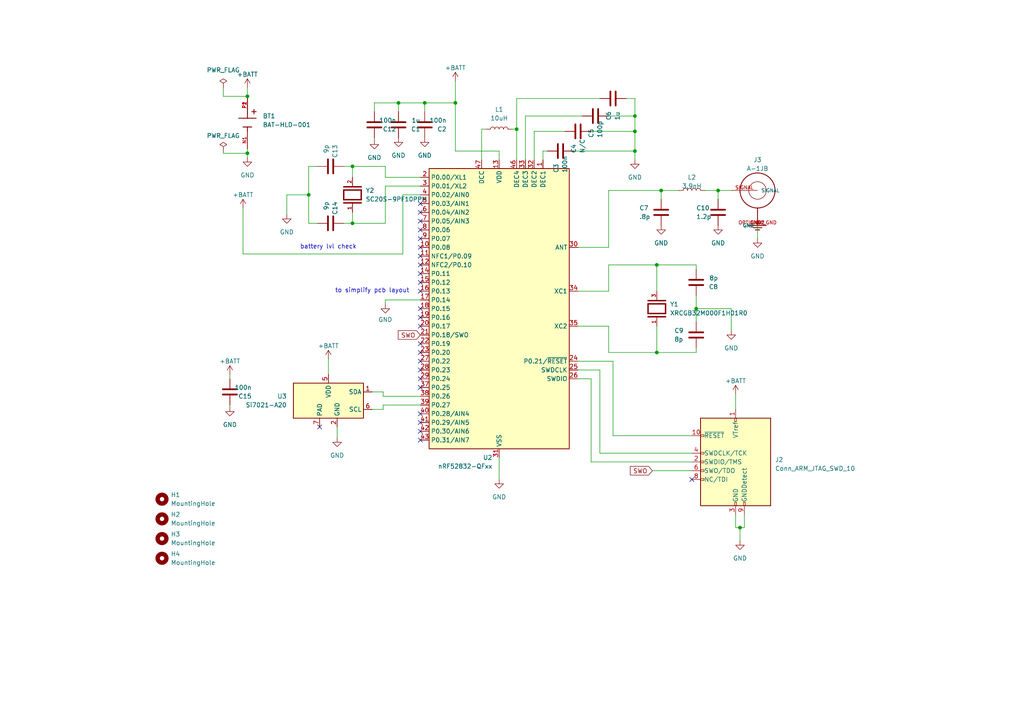
<source format=kicad_sch>
(kicad_sch (version 20230121) (generator eeschema)
  (paper "A4")
  (lib_symbols
    (symbol "Connector:Conn_ARM_JTAG_SWD_10" (pin_names (offset 1.016))
      (property "Reference" "J" (at -2.54 16.51 0))
      (property "Value" "Conn_ARM_JTAG_SWD_10" (at -2.54 13.97 0))
      (symbol "Conn_ARM_JTAG_SWD_10_0_1"
        (rectangle (start -10.16 12.7) (end 10.16 -12.7) (stroke (width 0.254)) (fill (type background)))
        (rectangle (start -2.794 -12.7) (end -2.286 -11.684))
        (rectangle (start -0.254 -12.7) (end 0.254 -11.684))
        (rectangle (start -0.254 12.7) (end 0.254 11.684))
        (rectangle (start 9.144 2.286) (end 10.16 2.794))
        (rectangle (start 10.16 -2.794) (end 9.144 -2.286))
        (rectangle (start 10.16 -0.254) (end 9.144 0.254))
        (rectangle (start 10.16 7.874) (end 9.144 7.366))
      )
      (symbol "Conn_ARM_JTAG_SWD_10_1_1"
        (rectangle (start 9.144 -5.334) (end 10.16 -4.826))
        (pin power_in line (at 0 15.24 270) (length 2.54) (name "VTref") (number "1"))
        (pin open_collector line (at 12.7 7.62 180) (length 2.54) (name "~{RESET}") (number "10"))
        (pin bidirectional line (at 12.7 0 180) (length 2.54) (name "SWDIO/TMS") (number "2"))
        (pin power_in line (at 0 -15.24 90) (length 2.54) (name "GND") (number "3"))
        (pin output line (at 12.7 2.54 180) (length 2.54) (name "SWDCLK/TCK") (number "4"))
        (pin passive line (at 0 -15.24 90) (length 2.54) hide (name "GND") (number "5"))
        (pin input line (at 12.7 -2.54 180) (length 2.54) (name "SWO/TDO") (number "6"))
        (pin no_connect line (at -10.16 0 0) (length 2.54) hide (name "KEY") (number "7"))
        (pin output line (at 12.7 -5.08 180) (length 2.54) (name "NC/TDI") (number "8"))
        (pin passive line (at -2.54 -15.24 90) (length 2.54) (name "GNDDetect") (number "9"))
      )
    )
    (symbol "Device:C" (pin_numbers hide) (pin_names (offset 0.254))
      (property "Reference" "C" (at 0.635 2.54 0))
      (property "Value" "C" (at 0.635 -2.54 0))
      (symbol "C_0_1"
        (polyline (pts (xy -2.032 -0.762) (xy 2.032 -0.762)) (stroke (width 0.508)))
        (polyline (pts (xy -2.032 0.762) (xy 2.032 0.762)) (stroke (width 0.508)))
      )
      (symbol "C_1_1"
        (pin passive line (at 0 3.81 270) (length 2.794) (name "~") (number "1"))
        (pin passive line (at 0 -3.81 90) (length 2.794) (name "~") (number "2"))
      )
    )
    (symbol "Device:L" (pin_numbers hide) (pin_names (offset 1.016) hide)
      (property "Reference" "L" (at -1.27 0 90))
      (property "Value" "L" (at 1.905 0 90))
      (symbol "L_0_1"
        (arc (start 0 -2.54) (mid 0.6323 -1.905) (end 0 -1.27))
        (arc (start 0 -1.27) (mid 0.6323 -0.635) (end 0 0))
        (arc (start 0 0) (mid 0.6323 0.635) (end 0 1.27))
        (arc (start 0 1.27) (mid 0.6323 1.905) (end 0 2.54))
      )
      (symbol "L_1_1"
        (pin passive line (at 0 3.81 270) (length 1.27) (name "1") (number "1"))
        (pin passive line (at 0 -3.81 90) (length 1.27) (name "2") (number "2"))
      )
    )
    (symbol "MCU_Nordic:nRF52832-QFxx"
      (property "Reference" "U" (at 0 1.27 0))
      (property "Value" "nRF52832-QFxx" (at 0 -1.27 0))
      (symbol "nRF52832-QFxx_0_1"
        (rectangle (start -20.32 40.64) (end 20.32 -40.64) (stroke (width 0.254)) (fill (type background)))
      )
      (symbol "nRF52832-QFxx_1_1"
        (pin passive line (at -12.7 43.18 270) (length 2.54) (name "DEC1") (number "1"))
        (pin bidirectional line (at 22.86 17.78 180) (length 2.54) (name "P0.08") (number "10"))
        (pin bidirectional line (at 22.86 15.24 180) (length 2.54) (name "NFC1/P0.09") (number "11"))
        (pin bidirectional line (at 22.86 12.7 180) (length 2.54) (name "NFC2/P0.10") (number "12"))
        (pin power_in line (at 0 43.18 270) (length 2.54) (name "VDD") (number "13"))
        (pin bidirectional line (at 22.86 10.16 180) (length 2.54) (name "P0.11") (number "14"))
        (pin bidirectional line (at 22.86 7.62 180) (length 2.54) (name "P0.12") (number "15"))
        (pin bidirectional line (at 22.86 5.08 180) (length 2.54) (name "P0.13") (number "16"))
        (pin bidirectional line (at 22.86 2.54 180) (length 2.54) (name "P0.14") (number "17"))
        (pin bidirectional line (at 22.86 0 180) (length 2.54) (name "P0.15") (number "18"))
        (pin bidirectional line (at 22.86 -2.54 180) (length 2.54) (name "P0.16") (number "19"))
        (pin bidirectional line (at 22.86 38.1 180) (length 2.54) (name "P0.00/XL1") (number "2"))
        (pin bidirectional line (at 22.86 -5.08 180) (length 2.54) (name "P0.17") (number "20"))
        (pin bidirectional line (at 22.86 -7.62 180) (length 2.54) (name "P0.18/SWO") (number "21"))
        (pin bidirectional line (at 22.86 -10.16 180) (length 2.54) (name "P0.19") (number "22"))
        (pin bidirectional line (at 22.86 -12.7 180) (length 2.54) (name "P0.20") (number "23"))
        (pin bidirectional line (at -22.86 -15.24 0) (length 2.54) (name "P0.21/~{RESET}") (number "24"))
        (pin input line (at -22.86 -17.78 0) (length 2.54) (name "SWDCLK") (number "25"))
        (pin bidirectional line (at -22.86 -20.32 0) (length 2.54) (name "SWDIO") (number "26"))
        (pin bidirectional line (at 22.86 -15.24 180) (length 2.54) (name "P0.22") (number "27"))
        (pin bidirectional line (at 22.86 -17.78 180) (length 2.54) (name "P0.23") (number "28"))
        (pin bidirectional line (at 22.86 -20.32 180) (length 2.54) (name "P0.24") (number "29"))
        (pin bidirectional line (at 22.86 35.56 180) (length 2.54) (name "P0.01/XL2") (number "3"))
        (pin passive line (at -22.86 17.78 0) (length 2.54) (name "ANT") (number "30"))
        (pin power_in line (at 0 -43.18 90) (length 2.54) (name "VSS") (number "31"))
        (pin passive line (at -10.16 43.18 270) (length 2.54) (name "DEC2") (number "32"))
        (pin passive line (at -7.62 43.18 270) (length 2.54) (name "DEC3") (number "33"))
        (pin input line (at -22.86 5.08 0) (length 2.54) (name "XC1") (number "34"))
        (pin input line (at -22.86 -5.08 0) (length 2.54) (name "XC2") (number "35"))
        (pin passive line (at 0 43.18 270) (length 2.54) hide (name "VDD") (number "36"))
        (pin bidirectional line (at 22.86 -22.86 180) (length 2.54) (name "P0.25") (number "37"))
        (pin bidirectional line (at 22.86 -25.4 180) (length 2.54) (name "P0.26") (number "38"))
        (pin bidirectional line (at 22.86 -27.94 180) (length 2.54) (name "P0.27") (number "39"))
        (pin bidirectional line (at 22.86 33.02 180) (length 2.54) (name "P0.02/AIN0") (number "4"))
        (pin bidirectional line (at 22.86 -30.48 180) (length 2.54) (name "P0.28/AIN4") (number "40"))
        (pin bidirectional line (at 22.86 -33.02 180) (length 2.54) (name "P0.29/AIN5") (number "41"))
        (pin bidirectional line (at 22.86 -35.56 180) (length 2.54) (name "P0.30/AIN6") (number "42"))
        (pin bidirectional line (at 22.86 -38.1 180) (length 2.54) (name "P0.31/AIN7") (number "43"))
        (pin no_connect line (at -20.32 -30.48 0) (length 2.54) hide (name "NC") (number "44"))
        (pin passive line (at 0 -43.18 90) (length 2.54) hide (name "VSS") (number "45"))
        (pin passive line (at -5.08 43.18 270) (length 2.54) (name "DEC4") (number "46"))
        (pin power_out line (at 5.08 43.18 270) (length 2.54) (name "DCC") (number "47"))
        (pin passive line (at 0 43.18 270) (length 2.54) hide (name "VDD") (number "48"))
        (pin passive line (at 0 -43.18 90) (length 2.54) hide (name "VSS") (number "49"))
        (pin bidirectional line (at 22.86 30.48 180) (length 2.54) (name "P0.03/AIN1") (number "5"))
        (pin bidirectional line (at 22.86 27.94 180) (length 2.54) (name "P0.04/AIN2") (number "6"))
        (pin bidirectional line (at 22.86 25.4 180) (length 2.54) (name "P0.05/AIN3") (number "7"))
        (pin bidirectional line (at 22.86 22.86 180) (length 2.54) (name "P0.06") (number "8"))
        (pin bidirectional line (at 22.86 20.32 180) (length 2.54) (name "P0.07") (number "9"))
      )
    )
    (symbol "Mechanical:MountingHole" (pin_names (offset 1.016))
      (property "Reference" "H" (at 0 5.08 0))
      (property "Value" "MountingHole" (at 0 3.175 0))
      (symbol "MountingHole_0_1"
        (circle (center 0 0) (radius 1.27) (stroke (width 1.27)))
      )
    )
    (symbol "Sensor_Humidity:Si7021-A20"
      (property "Reference" "U" (at -5.08 7.62 0))
      (property "Value" "Si7021-A20" (at -10.16 10.16 0))
      (symbol "Si7021-A20_0_1"
        (rectangle (start -10.16 5.08) (end 10.16 -5.08) (stroke (width 0.254)) (fill (type background)))
      )
      (symbol "Si7021-A20_1_1"
        (pin bidirectional line (at -12.7 2.54 0) (length 2.54) (name "SDA") (number "1"))
        (pin power_in line (at -2.54 -7.62 90) (length 2.54) (name "GND") (number "2"))
        (pin no_connect line (at 10.16 2.54 180) (length 2.54) hide (name "NC") (number "3"))
        (pin no_connect line (at 10.16 -2.54 180) (length 2.54) hide (name "NC") (number "4"))
        (pin power_in line (at 0 7.62 270) (length 2.54) (name "VDD") (number "5"))
        (pin input line (at -12.7 -2.54 0) (length 2.54) (name "SCL") (number "6"))
        (pin passive line (at 2.54 -7.62 90) (length 2.54) (name "PAD") (number "7"))
      )
    )
    (symbol "_MyLibrary:A-1JB" (pin_names (offset 1.016))
      (property "Reference" "J" (at -7.6262 5.0841 0))
      (property "Value" "A-1JB" (at -7.6328 -7.6328 0))
      (symbol "A-1JB_0_0"
        (polyline (pts (xy -1.27 -10.795) (xy 1.27 -10.795)) (stroke (width 0.254)))
        (polyline (pts (xy -0.635 -11.43) (xy 0.635 -11.43)) (stroke (width 0.254)))
        (polyline (pts (xy 0 -10.16) (xy -2.54 -10.16)) (stroke (width 0.254)))
        (polyline (pts (xy 0 -10.16) (xy 2.54 -10.16)) (stroke (width 0.254)))
        (polyline (pts (xy 0 -5.08) (xy 0 -10.16)) (stroke (width 0.254)))
        (circle (center 0 0) (radius 2.54))
        (circle (center 0 0) (radius 5.08) (stroke (width 0.254)))
        (pin passive line (at 0 -10.16 0) (length 0) (name "GND") (number "GND1"))
        (pin passive line (at 0 -10.16 0) (length 0) (name "GND") (number "GND2"))
        (pin passive line (at 0 -10.16 0) (length 0) (name "GND") (number "OPTIONAL_GND"))
        (pin passive line (at 7.62 0 180) (length 7.62) (name "SIGNAL") (number "SIGNAL"))
      )
    )
    (symbol "_MyLibrary:BAT-HLD-001" (pin_names (offset 1.016))
      (property "Reference" "BT" (at -3.81 3.81 0))
      (property "Value" "BAT-HLD-001" (at -3.81 -5.08 0))
      (symbol "BAT-HLD-001_0_0"
        (polyline (pts (xy -3.81 1.905) (xy -2.54 1.905)) (stroke (width 0.254)))
        (polyline (pts (xy -3.175 2.54) (xy -3.175 1.27)) (stroke (width 0.254)))
        (polyline (pts (xy -1.27 0) (xy -2.54 0)) (stroke (width 0.254)))
        (polyline (pts (xy -1.27 0) (xy -1.27 -2.54)) (stroke (width 0.254)))
        (polyline (pts (xy -1.27 2.54) (xy -1.27 0)) (stroke (width 0.254)))
        (polyline (pts (xy 1.27 0) (xy 1.27 -1.27)) (stroke (width 0.254)))
        (polyline (pts (xy 1.27 0) (xy 2.54 0)) (stroke (width 0.254)))
        (polyline (pts (xy 1.27 1.27) (xy 1.27 0)) (stroke (width 0.254)))
        (pin passive line (at 7.62 0 180) (length 5.08) (name "~") (number "N1"))
        (pin passive line (at -7.62 0 0) (length 5.08) (name "~") (number "P1"))
        (pin passive line (at -7.62 0 0) (length 5.08) (name "~") (number "P2"))
      )
    )
    (symbol "_MyLibrary:SC20S-9PF10PPM" (pin_names (offset 1.016))
      (property "Reference" "Y" (at -7.62 -3.81 0))
      (property "Value" "SC20S-9PF10PPM" (at -5.0944 -5.0944 0))
      (symbol "SC20S-9PF10PPM_0_0"
        (polyline (pts (xy -2.3368 2.54) (xy -2.3368 -2.54)) (stroke (width 0.4064)))
        (polyline (pts (xy -1.397 2.54) (xy -1.397 -2.54)) (stroke (width 0.4064)))
        (polyline (pts (xy -1.397 2.54) (xy 1.397 2.54)) (stroke (width 0.4064)))
        (polyline (pts (xy 1.397 -2.54) (xy -1.397 -2.54)) (stroke (width 0.4064)))
        (polyline (pts (xy 1.397 2.54) (xy 1.397 -2.54)) (stroke (width 0.4064)))
        (polyline (pts (xy 2.3368 2.54) (xy 2.3368 -2.54)) (stroke (width 0.4064)))
        (pin passive line (at -5.08 0 0) (length 2.54) (name "~") (number "1"))
      )
      (symbol "SC20S-9PF10PPM_1_0"
        (pin passive line (at 5.08 0 180) (length 2.54) (name "~") (number "2"))
      )
    )
    (symbol "_MyLibrary:XRCGB32M000F1H01R0" (pin_names (offset 1.016))
      (property "Reference" "Y" (at -7.62 -3.81 0))
      (property "Value" "XRCGB32M000F1H01R0" (at -5.0944 -5.0944 0))
      (symbol "XRCGB32M000F1H01R0_0_0"
        (polyline (pts (xy -2.3368 2.54) (xy -2.3368 -2.54)) (stroke (width 0.4064)))
        (polyline (pts (xy -1.397 2.54) (xy -1.397 -2.54)) (stroke (width 0.4064)))
        (polyline (pts (xy -1.397 2.54) (xy 1.397 2.54)) (stroke (width 0.4064)))
        (polyline (pts (xy 1.397 -2.54) (xy -1.397 -2.54)) (stroke (width 0.4064)))
        (polyline (pts (xy 1.397 2.54) (xy 1.397 -2.54)) (stroke (width 0.4064)))
        (polyline (pts (xy 2.3368 2.54) (xy 2.3368 -2.54)) (stroke (width 0.4064)))
        (pin passive line (at -5.08 0 0) (length 2.54) (name "~") (number "1"))
        (pin passive line (at 5.08 0 180) (length 2.54) (name "~") (number "3"))
      )
    )
    (symbol "power:+BATT" (power) (pin_names (offset 0))
      (property "Value" "+BATT" (at 0 3.556 0))
      (symbol "+BATT_0_1"
        (polyline (pts (xy -0.762 1.27) (xy 0 2.54)))
        (polyline (pts (xy 0 0) (xy 0 2.54)))
        (polyline (pts (xy 0 2.54) (xy 0.762 1.27)))
      )
      (symbol "+BATT_1_1"
        (pin power_in line (at 0 0 90) (length 0) hide (name "+BATT") (number "1"))
      )
    )
    (symbol "power:GND" (power) (pin_names (offset 0))
      (property "Value" "GND" (at 0 -3.81 0))
      (symbol "GND_0_1"
        (polyline (pts (xy 0 0) (xy 0 -1.27) (xy 1.27 -1.27) (xy 0 -2.54) (xy -1.27 -1.27) (xy 0 -1.27)))
      )
      (symbol "GND_1_1"
        (pin power_in line (at 0 0 270) (length 0) hide (name "GND") (number "1"))
      )
    )
    (symbol "power:PWR_FLAG" (power) (pin_numbers hide) (pin_names (offset 0) hide)
      (property "Value" "PWR_FLAG" (at 0 3.81 0))
      (symbol "PWR_FLAG_0_0"
        (pin power_out line (at 0 0 90) (length 0) (name "pwr") (number "1"))
      )
      (symbol "PWR_FLAG_0_1"
        (polyline (pts (xy 0 0) (xy 0 1.27) (xy -1.016 1.905) (xy 0 2.54) (xy 1.016 1.905) (xy 0 1.27)))
      )
    )
  )
  (junction (at 184.15 33.655))
  (junction (at 208.28 55.245))
  (junction (at 102.235 64.77))
  (junction (at 214.63 153.035))
  (junction (at 102.235 48.26))
  (junction (at 190.5 76.835))
  (junction (at 71.755 27.94))
  (junction (at 123.19 29.845))
  (junction (at 149.86 37.465))
  (junction (at 89.535 56.515))
  (junction (at 191.77 55.245))
  (junction (at 201.93 89.535))
  (junction (at 115.57 29.845))
  (junction (at 184.15 38.1))
  (junction (at 190.5 102.235))
  (junction (at 71.755 44.45))
  (junction (at 184.15 43.815))
  (junction (at 132.08 29.845))
  (no_connect (at 121.92 89.535))
  (no_connect (at 121.92 61.595))
  (no_connect (at 121.92 74.295))
  (no_connect (at 121.92 120.015))
  (no_connect (at 121.92 104.775))
  (no_connect (at 121.92 99.695))
  (no_connect (at 121.92 79.375))
  (no_connect (at 121.92 94.615))
  (no_connect (at 121.92 92.075))
  (no_connect (at 121.92 59.055))
  (no_connect (at 121.92 84.455))
  (no_connect (at 121.92 122.555))
  (no_connect (at 200.66 139.065))
  (no_connect (at 121.92 64.135))
  (no_connect (at 121.92 71.755))
  (no_connect (at 121.92 112.395))
  (no_connect (at 121.92 125.095))
  (no_connect (at 121.92 69.215))
  (no_connect (at 121.92 109.855))
  (no_connect (at 121.92 102.235))
  (no_connect (at 92.71 123.825))
  (no_connect (at 121.92 107.315))
  (no_connect (at 121.92 76.835))
  (no_connect (at 121.92 127.635))
  (no_connect (at 121.92 81.915))
  (no_connect (at 121.92 66.675))
  (wire (pts (xy 116.84 56.515) (xy 116.84 73.66)))
  (wire (pts (xy 121.92 86.995) (xy 111.76 86.995)))
  (wire (pts (xy 190.5 102.235) (xy 176.53 102.235)))
  (wire (pts (xy 144.78 43.815) (xy 144.78 46.355)))
  (wire (pts (xy 171.45 133.985) (xy 171.45 109.855)))
  (wire (pts (xy 111.76 86.995) (xy 111.76 88.265)))
  (wire (pts (xy 173.99 131.445) (xy 200.66 131.445)))
  (wire (pts (xy 83.185 62.23) (xy 83.185 56.515)))
  (wire (pts (xy 92.075 48.26) (xy 89.535 48.26)))
  (wire (pts (xy 167.64 109.855) (xy 171.45 109.855)))
  (wire (pts (xy 144.78 132.715) (xy 144.78 139.065)))
  (wire (pts (xy 66.675 108.585) (xy 66.675 109.855)))
  (wire (pts (xy 176.53 55.245) (xy 191.77 55.245)))
  (wire (pts (xy 184.15 33.655) (xy 184.15 38.1)))
  (wire (pts (xy 89.535 56.515) (xy 89.535 64.77)))
  (wire (pts (xy 111.76 53.975) (xy 111.76 64.77)))
  (wire (pts (xy 121.92 51.435) (xy 111.76 51.435)))
  (wire (pts (xy 201.93 100.965) (xy 201.93 102.235)))
  (wire (pts (xy 64.77 43.815) (xy 64.77 44.45)))
  (wire (pts (xy 89.535 64.77) (xy 92.075 64.77)))
  (wire (pts (xy 190.5 76.835) (xy 176.53 76.835)))
  (wire (pts (xy 167.64 107.315) (xy 173.99 107.315)))
  (wire (pts (xy 171.45 133.985) (xy 200.66 133.985)))
  (wire (pts (xy 70.485 60.325) (xy 70.485 73.66)))
  (wire (pts (xy 212.09 89.535) (xy 212.09 95.885)))
  (wire (pts (xy 99.695 48.26) (xy 102.235 48.26)))
  (wire (pts (xy 201.93 78.105) (xy 201.93 76.835)))
  (wire (pts (xy 123.19 32.385) (xy 123.19 29.845)))
  (wire (pts (xy 108.585 40.005) (xy 108.585 40.64)))
  (wire (pts (xy 121.92 117.475) (xy 111.125 117.475)))
  (wire (pts (xy 102.235 48.26) (xy 102.235 51.435)))
  (wire (pts (xy 176.53 71.755) (xy 167.64 71.755)))
  (wire (pts (xy 213.36 114.3) (xy 213.36 118.745)))
  (wire (pts (xy 64.77 25.4) (xy 64.77 27.94)))
  (wire (pts (xy 171.45 38.1) (xy 184.15 38.1)))
  (wire (pts (xy 149.86 28.575) (xy 173.99 28.575)))
  (wire (pts (xy 157.48 43.815) (xy 158.75 43.815)))
  (wire (pts (xy 167.64 104.775) (xy 177.8 104.775)))
  (wire (pts (xy 208.28 55.245) (xy 212.09 55.245)))
  (wire (pts (xy 173.99 131.445) (xy 173.99 107.315)))
  (wire (pts (xy 208.28 55.245) (xy 208.28 57.785)))
  (wire (pts (xy 108.585 29.845) (xy 108.585 32.385)))
  (wire (pts (xy 201.93 85.725) (xy 201.93 89.535)))
  (wire (pts (xy 176.53 33.655) (xy 184.15 33.655)))
  (wire (pts (xy 123.19 29.845) (xy 132.08 29.845)))
  (wire (pts (xy 214.63 153.035) (xy 214.63 156.845)))
  (wire (pts (xy 176.53 94.615) (xy 167.64 94.615)))
  (wire (pts (xy 157.48 46.355) (xy 157.48 43.815)))
  (wire (pts (xy 70.485 73.66) (xy 116.84 73.66)))
  (wire (pts (xy 148.59 37.465) (xy 149.86 37.465)))
  (wire (pts (xy 71.755 44.45) (xy 71.755 45.72)))
  (wire (pts (xy 115.57 29.845) (xy 123.19 29.845)))
  (wire (pts (xy 152.4 33.655) (xy 168.91 33.655)))
  (wire (pts (xy 64.77 44.45) (xy 71.755 44.45)))
  (wire (pts (xy 191.77 55.245) (xy 196.85 55.245)))
  (wire (pts (xy 163.83 38.1) (xy 154.94 38.1)))
  (wire (pts (xy 214.63 153.035) (xy 215.9 153.035)))
  (wire (pts (xy 121.92 53.975) (xy 111.76 53.975)))
  (wire (pts (xy 83.185 56.515) (xy 89.535 56.515)))
  (wire (pts (xy 189.23 136.525) (xy 200.66 136.525)))
  (wire (pts (xy 111.125 114.935) (xy 111.125 113.665)))
  (wire (pts (xy 184.15 38.1) (xy 184.15 43.815)))
  (wire (pts (xy 177.8 126.365) (xy 200.66 126.365)))
  (wire (pts (xy 102.235 61.595) (xy 102.235 64.77)))
  (wire (pts (xy 115.57 32.385) (xy 115.57 29.845)))
  (wire (pts (xy 184.15 43.815) (xy 184.15 46.355)))
  (wire (pts (xy 66.675 117.475) (xy 66.675 118.11)))
  (wire (pts (xy 204.47 55.245) (xy 208.28 55.245)))
  (wire (pts (xy 95.25 104.14) (xy 95.25 108.585)))
  (wire (pts (xy 132.08 29.845) (xy 132.08 43.815)))
  (wire (pts (xy 108.585 29.845) (xy 115.57 29.845)))
  (wire (pts (xy 190.5 94.615) (xy 190.5 102.235)))
  (wire (pts (xy 111.76 51.435) (xy 111.76 48.26)))
  (wire (pts (xy 154.94 38.1) (xy 154.94 46.355)))
  (wire (pts (xy 97.79 123.825) (xy 97.79 127)))
  (wire (pts (xy 177.8 104.775) (xy 177.8 126.365)))
  (wire (pts (xy 152.4 46.355) (xy 152.4 33.655)))
  (wire (pts (xy 219.71 65.405) (xy 219.71 69.215)))
  (wire (pts (xy 64.77 27.94) (xy 71.755 27.94)))
  (wire (pts (xy 71.755 25.4) (xy 71.755 27.94)))
  (wire (pts (xy 215.9 153.035) (xy 215.9 149.225)))
  (wire (pts (xy 149.86 37.465) (xy 149.86 28.575)))
  (wire (pts (xy 176.53 102.235) (xy 176.53 94.615)))
  (wire (pts (xy 111.76 48.26) (xy 102.235 48.26)))
  (wire (pts (xy 176.53 55.245) (xy 176.53 71.755)))
  (wire (pts (xy 213.36 149.225) (xy 213.36 153.035)))
  (wire (pts (xy 201.93 102.235) (xy 190.5 102.235)))
  (wire (pts (xy 121.92 114.935) (xy 111.125 114.935)))
  (wire (pts (xy 201.93 89.535) (xy 212.09 89.535)))
  (wire (pts (xy 140.97 37.465) (xy 139.7 37.465)))
  (wire (pts (xy 111.76 64.77) (xy 102.235 64.77)))
  (wire (pts (xy 71.755 43.18) (xy 71.755 44.45)))
  (wire (pts (xy 184.15 28.575) (xy 184.15 33.655)))
  (wire (pts (xy 201.93 89.535) (xy 201.93 93.345)))
  (wire (pts (xy 176.53 84.455) (xy 167.64 84.455)))
  (wire (pts (xy 132.08 23.495) (xy 132.08 29.845)))
  (wire (pts (xy 139.7 37.465) (xy 139.7 46.355)))
  (wire (pts (xy 111.125 118.745) (xy 111.125 117.475)))
  (wire (pts (xy 191.77 55.245) (xy 191.77 57.785)))
  (wire (pts (xy 181.61 28.575) (xy 184.15 28.575)))
  (wire (pts (xy 190.5 76.835) (xy 190.5 84.455)))
  (wire (pts (xy 201.93 76.835) (xy 190.5 76.835)))
  (wire (pts (xy 149.86 46.355) (xy 149.86 37.465)))
  (wire (pts (xy 89.535 48.26) (xy 89.535 56.515)))
  (wire (pts (xy 176.53 76.835) (xy 176.53 84.455)))
  (wire (pts (xy 132.08 43.815) (xy 144.78 43.815)))
  (wire (pts (xy 166.37 43.815) (xy 184.15 43.815)))
  (wire (pts (xy 213.36 153.035) (xy 214.63 153.035)))
  (wire (pts (xy 116.84 56.515) (xy 121.92 56.515)))
  (wire (pts (xy 107.95 113.665) (xy 111.125 113.665)))
  (wire (pts (xy 111.125 118.745) (xy 107.95 118.745)))
  (wire (pts (xy 99.695 64.77) (xy 102.235 64.77)))
  (text "battery lvl check\n" (at 86.995 72.39 0) (effects (font (size 1.27 1.27)) (justify left bottom)))
  (text "to simplify pcb layout" (at 97.155 85.09 0) (effects (font (size 1.27 1.27)) (justify left bottom)))
  (global_label "SWO" (shape input) (at 121.92 97.155 180) (property "Intersheetrefs" "${INTERSHEET_REFS}" (effects hide)))
  (global_label "SWO" (shape input) (at 189.23 136.525 180) (property "Intersheetrefs" "${INTERSHEET_REFS}" (effects hide)))
  (symbol (lib_id "Device:C") (at 191.77 61.595 180) (unit 1)
    (property "Reference" "C7" (at 185.42 60.325 0) (effects (justify right)))
    (property "Value" ".8p" (at 185.42 62.865 0) (effects (justify right)))
    (property "Footprint" "Capacitor_SMD:C_0603_1608Metric_Pad1.08x0.95mm_HandSolder" (effects hide))
  )
  (symbol (lib_id "Device:C") (at 108.585 36.195 0) (unit 1)
    (property "Reference" "C12" (at 114.935 37.465 0) (effects (justify right)))
    (property "Value" "100n" (at 114.935 34.925 0) (effects (justify right)))
    (property "Footprint" "Capacitor_SMD:C_0603_1608Metric_Pad1.08x0.95mm_HandSolder" (effects hide))
  )
  (symbol (lib_id "power:PWR_FLAG") (at 64.77 43.815 0) (unit 1)
    (property "Reference" "#FLG02" (effects hide))
    (property "Value" "PWR_FLAG" (at 64.77 39.37 0))
  )
  (symbol (lib_id "power:GND") (at 108.585 40.64 0) (unit 1)
    (property "Reference" "#PWR020" (effects hide))
    (property "Value" "GND" (at 108.585 45.72 0))
  )
  (symbol (lib_id "Mechanical:MountingHole") (at 46.99 161.925 0) (unit 1)
    (property "Reference" "H4" (at 49.53 160.655 0) (effects (justify left)))
    (property "Value" "MountingHole" (at 49.53 163.195 0) (effects (justify left)))
    (property "Footprint" "MountingHole:MountingHole_2.2mm_M2" (effects hide))
  )
  (symbol (lib_id "Sensor_Humidity:Si7021-A20") (at 95.25 116.205 0) (mirror y) (unit 1)
    (property "Reference" "U3" (at 83.185 114.935 0) (effects (justify left)))
    (property "Value" "Si7021-A20" (at 83.185 117.475 0) (effects (justify left)))
    (property "Footprint" "Package_DFN_QFN:DFN-6-1EP_3x3mm_P1mm_EP1.5x2.4mm" (effects hide))
    (property "Datasheet" "https://www.silabs.com/documents/public/data-sheets/Si7021-A20.pdf" (effects hide))
  )
  (symbol (lib_id "power:PWR_FLAG") (at 64.77 25.4 0) (unit 1)
    (property "Reference" "#FLG01" (effects hide))
    (property "Value" "PWR_FLAG" (at 64.77 20.32 0))
  )
  (symbol (lib_id "Mechanical:MountingHole") (at 46.99 150.495 0) (unit 1)
    (property "Reference" "H2" (at 49.53 149.225 0) (effects (justify left)))
    (property "Value" "MountingHole" (at 49.53 151.765 0) (effects (justify left)))
    (property "Footprint" "MountingHole:MountingHole_2.2mm_M2" (effects hide))
  )
  (symbol (lib_id "power:GND") (at 184.15 46.355 0) (unit 1)
    (property "Reference" "#PWR012" (effects hide))
    (property "Value" "GND" (at 184.15 51.435 0))
  )
  (symbol (lib_id "power:GND") (at 214.63 156.845 0) (unit 1)
    (property "Reference" "#PWR017" (effects hide))
    (property "Value" "GND" (at 214.63 161.925 0))
  )
  (symbol (lib_id "Device:C") (at 172.72 33.655 270) (unit 1)
    (property "Reference" "C5" (at 171.45 40.005 0) (effects (justify right)))
    (property "Value" "100p" (at 173.99 40.005 0) (effects (justify right)))
    (property "Footprint" "Capacitor_SMD:C_0603_1608Metric_Pad1.08x0.95mm_HandSolder" (effects hide))
  )
  (symbol (lib_id "Mechanical:MountingHole") (at 46.99 144.78 0) (unit 1)
    (property "Reference" "H1" (at 49.53 143.51 0) (effects (justify left)))
    (property "Value" "MountingHole" (at 49.53 146.05 0) (effects (justify left)))
    (property "Footprint" "MountingHole:MountingHole_2.2mm_M2" (effects hide))
  )
  (symbol (lib_id "Device:C") (at 208.28 61.595 180) (unit 1)
    (property "Reference" "C10" (at 201.93 60.325 0) (effects (justify right)))
    (property "Value" "1.2p" (at 201.93 62.865 0) (effects (justify right)))
    (property "Footprint" "Capacitor_SMD:C_0603_1608Metric_Pad1.08x0.95mm_HandSolder" (effects hide))
  )
  (symbol (lib_id "power:+BATT") (at 213.36 114.3 0) (unit 1)
    (property "Reference" "#PWR016" (effects hide))
    (property "Value" "+BATT" (at 213.36 110.49 0))
  )
  (symbol (lib_id "_MyLibrary:SC20S-9PF10PPM") (at 102.235 56.515 90) (unit 1)
    (property "Reference" "Y2" (at 106.045 55.245 90) (effects (justify right)))
    (property "Value" "SC20S-9PF10PPM" (at 106.045 57.785 90) (effects (justify right)))
    (property "Footprint" "Resistor_SMD:R_1210_3225Metric" (effects hide))
    (property "Datasheet" "https://www.mouser.com/datasheet/2/360/SC_20S_Leaflet_e20151217-1530119.pdf" (effects hide))
    (property "MF" "Seiko" (effects hide))
    (property "MANUFACTURER" "Seiko" (effects hide))
    (property "Description" "32.768 kHz  ±10ppm Crystal 9pF" (effects hide))
  )
  (symbol (lib_id "power:+BATT") (at 132.08 23.495 0) (unit 1)
    (property "Reference" "#PWR010" (effects hide))
    (property "Value" "+BATT" (at 132.08 19.685 0))
  )
  (symbol (lib_id "MCU_Nordic:nRF52832-QFxx") (at 144.78 89.535 0) (mirror y) (unit 1)
    (property "Reference" "U2" (at 142.8241 132.715 0) (effects (justify left)))
    (property "Value" "nRF52832-QFxx" (at 142.8241 135.255 0) (effects (justify left)))
    (property "Footprint" "Package_DFN_QFN:QFN-48-1EP_6x6mm_P0.4mm_EP4.6x4.6mm" (effects hide))
    (property "Datasheet" "http://infocenter.nordicsemi.com/pdf/nRF52832_PS_v1.4.pdf" (effects hide))
  )
  (symbol (lib_id "power:+BATT") (at 71.755 25.4 0) (unit 1)
    (property "Reference" "#PWR02" (effects hide))
    (property "Value" "+BATT" (at 71.755 21.59 0))
  )
  (symbol (lib_id "power:+BATT") (at 66.675 108.585 0) (unit 1)
    (property "Reference" "#PWR022" (effects hide))
    (property "Value" "+BATT" (at 66.675 104.775 0))
  )
  (symbol (lib_id "power:GND") (at 115.57 40.005 0) (unit 1)
    (property "Reference" "#PWR08" (effects hide))
    (property "Value" "GND" (at 115.57 45.085 0))
  )
  (symbol (lib_id "Device:L") (at 200.66 55.245 90) (unit 1)
    (property "Reference" "L2" (at 200.66 51.435 90))
    (property "Value" "3.9nH" (at 200.66 53.975 90))
    (property "Footprint" "Inductor_SMD:L_0603_1608Metric_Pad1.05x0.95mm_HandSolder" (effects hide))
  )
  (symbol (lib_id "power:GND") (at 71.755 45.72 0) (unit 1)
    (property "Reference" "#PWR01" (effects hide))
    (property "Value" "GND" (at 71.755 50.8 0))
  )
  (symbol (lib_id "Device:C") (at 123.19 36.195 0) (unit 1)
    (property "Reference" "C2" (at 129.54 37.465 0) (effects (justify right)))
    (property "Value" "100n" (at 129.54 34.925 0) (effects (justify right)))
    (property "Footprint" "Capacitor_SMD:C_0603_1608Metric_Pad1.08x0.95mm_HandSolder" (effects hide))
  )
  (symbol (lib_id "power:GND") (at 111.76 88.265 0) (unit 1)
    (property "Reference" "#PWR024" (effects hide))
    (property "Value" "GND" (at 111.76 92.71 0))
  )
  (symbol (lib_id "Connector:Conn_ARM_JTAG_SWD_10") (at 213.36 133.985 0) (mirror y) (unit 1)
    (property "Reference" "J2" (at 224.79 133.35 0) (effects (justify right)))
    (property "Value" "Conn_ARM_JTAG_SWD_10" (at 224.79 135.89 0) (effects (justify right)))
    (property "Footprint" "Connector_PinHeader_1.27mm:PinHeader_2x05_P1.27mm_Vertical_SMD" (effects hide))
    (property "Datasheet" "http://infocenter.arm.com/help/topic/com.arm.doc.ddi0314h/DDI0314H_coresight_components_trm.pdf" (effects hide))
  )
  (symbol (lib_id "power:GND") (at 191.77 65.405 0) (unit 1)
    (property "Reference" "#PWR013" (effects hide))
    (property "Value" "GND" (at 191.77 70.485 0))
  )
  (symbol (lib_id "_MyLibrary:BAT-HLD-001") (at 71.755 35.56 270) (unit 1)
    (property "Reference" "BT1" (at 76.2 33.655 90) (effects (justify left)))
    (property "Value" "BAT-HLD-001" (at 76.2 36.195 90) (effects (justify left)))
    (property "Footprint" "_MyFootprints:BAT_BAT-HLD-001" (effects hide))
    (property "Datasheet" "https://www.mouser.com/datasheet/2/418/9/LNNC_S_A0002913840_1-3237435.pdf" (effects hide))
    (property "MF" "Linx Technologies" (effects hide))
    (property "MAXIMUM_PACKAGE_HEIGHT" "4.2 mm" (effects hide))
    (property "MP" "BAT-HLD-001" (effects hide))
    (property "Description" " Holder for CR2032 and CR2025 Batteries, Surface-Mount, Bulk Packaging " (effects hide))
    (property "MANUFACTURER" "Linx Technologies" (effects hide))
  )
  (symbol (lib_id "power:GND") (at 97.79 127 0) (unit 1)
    (property "Reference" "#PWR07" (effects hide))
    (property "Value" "GND" (at 97.79 132.08 0))
  )
  (symbol (lib_id "power:GND") (at 123.19 40.005 0) (unit 1)
    (property "Reference" "#PWR09" (effects hide))
    (property "Value" "GND" (at 123.19 45.085 0))
  )
  (symbol (lib_id "Device:L") (at 144.78 37.465 90) (unit 1)
    (property "Reference" "L1" (at 144.78 31.75 90))
    (property "Value" "10uH" (at 144.78 34.29 90))
    (property "Footprint" "Inductor_SMD:L_0603_1608Metric_Pad1.05x0.95mm_HandSolder" (effects hide))
  )
  (symbol (lib_id "power:GND") (at 66.675 118.11 0) (unit 1)
    (property "Reference" "#PWR019" (effects hide))
    (property "Value" "GND" (at 66.675 123.19 0))
  )
  (symbol (lib_id "Device:C") (at 201.93 81.915 0) (unit 1)
    (property "Reference" "C8" (at 208.28 83.185 0) (effects (justify right)))
    (property "Value" "8p" (at 208.28 80.645 0) (effects (justify right)))
    (property "Footprint" "Capacitor_SMD:C_0603_1608Metric_Pad1.08x0.95mm_HandSolder" (effects hide))
  )
  (symbol (lib_id "Device:C") (at 162.56 43.815 270) (unit 1)
    (property "Reference" "C3" (at 161.29 50.165 0) (effects (justify right)))
    (property "Value" "100n" (at 163.83 50.165 0) (effects (justify right)))
    (property "Footprint" "Capacitor_SMD:C_0603_1608Metric_Pad1.08x0.95mm_HandSolder" (effects hide))
  )
  (symbol (lib_id "power:GND") (at 144.78 139.065 0) (unit 1)
    (property "Reference" "#PWR011" (effects hide))
    (property "Value" "GND" (at 144.78 144.145 0))
  )
  (symbol (lib_id "power:GND") (at 212.09 95.885 0) (unit 1)
    (property "Reference" "#PWR015" (effects hide))
    (property "Value" "GND" (at 212.09 100.965 0))
  )
  (symbol (lib_id "Device:C") (at 66.675 113.665 0) (unit 1)
    (property "Reference" "C15" (at 73.025 114.935 0) (effects (justify right)))
    (property "Value" "100n" (at 73.025 112.395 0) (effects (justify right)))
    (property "Footprint" "Capacitor_SMD:C_0603_1608Metric_Pad1.08x0.95mm_HandSolder" (effects hide))
  )
  (symbol (lib_id "Mechanical:MountingHole") (at 46.99 156.21 0) (unit 1)
    (property "Reference" "H3" (at 49.53 154.94 0) (effects (justify left)))
    (property "Value" "MountingHole" (at 49.53 157.48 0) (effects (justify left)))
    (property "Footprint" "MountingHole:MountingHole_2.2mm_M2" (effects hide))
  )
  (symbol (lib_id "_MyLibrary:XRCGB32M000F1H01R0") (at 190.5 89.535 90) (unit 1)
    (property "Reference" "Y1" (at 194.31 88.265 90) (effects (justify right)))
    (property "Value" "XRCGB32M000F1H01R0" (at 194.31 90.805 90) (effects (justify right)))
    (property "Footprint" "_MyFootprints:OSC_XRCGB32M000F1H01R0" (effects hide))
    (property "Description" " 32 MHz ±10ppm Crystal 8pF 60 Ohms 4-SMD, No Lead " (effects hide))
  )
  (symbol (lib_id "Device:C") (at 95.885 64.77 90) (unit 1)
    (property "Reference" "C14" (at 97.155 58.42 0) (effects (justify right)))
    (property "Value" "9p" (at 94.615 58.42 0) (effects (justify right)))
    (property "Footprint" "Capacitor_SMD:C_0603_1608Metric_Pad1.08x0.95mm_HandSolder" (effects hide))
  )
  (symbol (lib_id "Device:C") (at 201.93 97.155 180) (unit 1)
    (property "Reference" "C9" (at 195.58 95.885 0) (effects (justify right)))
    (property "Value" "8p" (at 195.58 98.425 0) (effects (justify right)))
    (property "Footprint" "Capacitor_SMD:C_0603_1608Metric_Pad1.08x0.95mm_HandSolder" (effects hide))
  )
  (symbol (lib_id "Device:C") (at 177.8 28.575 270) (unit 1)
    (property "Reference" "C6" (at 176.53 34.925 0) (effects (justify right)))
    (property "Value" "1u" (at 179.07 34.925 0) (effects (justify right)))
    (property "Footprint" "Capacitor_SMD:C_0603_1608Metric_Pad1.08x0.95mm_HandSolder" (effects hide))
  )
  (symbol (lib_id "power:+BATT") (at 70.485 60.325 0) (unit 1)
    (property "Reference" "#PWR03" (effects hide))
    (property "Value" "+BATT" (at 70.485 56.515 0))
  )
  (symbol (lib_id "power:GND") (at 83.185 62.23 0) (unit 1)
    (property "Reference" "#PWR021" (effects hide))
    (property "Value" "GND" (at 83.185 67.31 0))
  )
  (symbol (lib_id "Device:C") (at 115.57 36.195 0) (unit 1)
    (property "Reference" "C1" (at 121.92 37.465 0) (effects (justify right)))
    (property "Value" "1u" (at 121.92 34.925 0) (effects (justify right)))
    (property "Footprint" "Capacitor_SMD:C_0603_1608Metric_Pad1.08x0.95mm_HandSolder" (effects hide))
  )
  (symbol (lib_id "power:+BATT") (at 95.25 104.14 0) (unit 1)
    (property "Reference" "#PWR06" (effects hide))
    (property "Value" "+BATT" (at 95.25 100.33 0))
  )
  (symbol (lib_id "power:GND") (at 208.28 65.405 0) (unit 1)
    (property "Reference" "#PWR014" (effects hide))
    (property "Value" "GND" (at 208.28 70.485 0))
  )
  (symbol (lib_id "Device:C") (at 95.885 48.26 90) (unit 1)
    (property "Reference" "C13" (at 97.155 41.91 0) (effects (justify right)))
    (property "Value" "9p" (at 94.615 41.91 0) (effects (justify right)))
    (property "Footprint" "Capacitor_SMD:C_0603_1608Metric_Pad1.08x0.95mm_HandSolder" (effects hide))
  )
  (symbol (lib_id "power:GND") (at 219.71 69.215 0) (unit 1)
    (property "Reference" "#PWR018" (effects hide))
    (property "Value" "GND" (at 219.71 74.295 0))
  )
  (symbol (lib_id "Device:C") (at 167.64 38.1 270) (unit 1)
    (property "Reference" "C4" (at 166.37 44.45 0) (effects (justify right)))
    (property "Value" "N/C" (at 168.91 44.45 0) (effects (justify right)))
    (property "Footprint" "Capacitor_SMD:C_0603_1608Metric_Pad1.08x0.95mm_HandSolder" (effects hide))
  )
  (symbol (lib_id "_MyLibrary:A-1JB") (at 219.71 55.245 0) (mirror y) (unit 1)
    (property "Reference" "J3" (at 219.71 46.355 0))
    (property "Value" "A-1JB" (at 219.71 48.895 0))
    (property "Footprint" "_MyFootprints:AMPHENOL_A-1JB" (effects hide))
    (property "MF" "Amphenol RF" (effects hide))
    (property "Description" "\nU.FL (UMCC), AMC Connector Jack, Male Pin 50Ohm Surface Mount Solder\n" (effects hide))
    (property "Package" "None" (effects hide))
    (property "Price" "None" (effects hide))
    (property "Check_prices" "https://www.snapeda.com/parts/A-1JB/Amphenol/view-part/?ref=eda" (effects hide))
    (property "SnapEDA_Link" "https://www.snapeda.com/parts/A-1JB/Amphenol/view-part/?ref=snap" (effects hide))
    (property "MP" "A-1JB" (effects hide))
    (property "Purchase-URL" "https://pricing.snapeda.com/search?q=A-1JB&ref=eda" (effects hide))
    (property "Availability" "In Stock" (effects hide))
    (property "MANUFACTURER" "Amphenol" (effects hide))
  )
)
</source>
